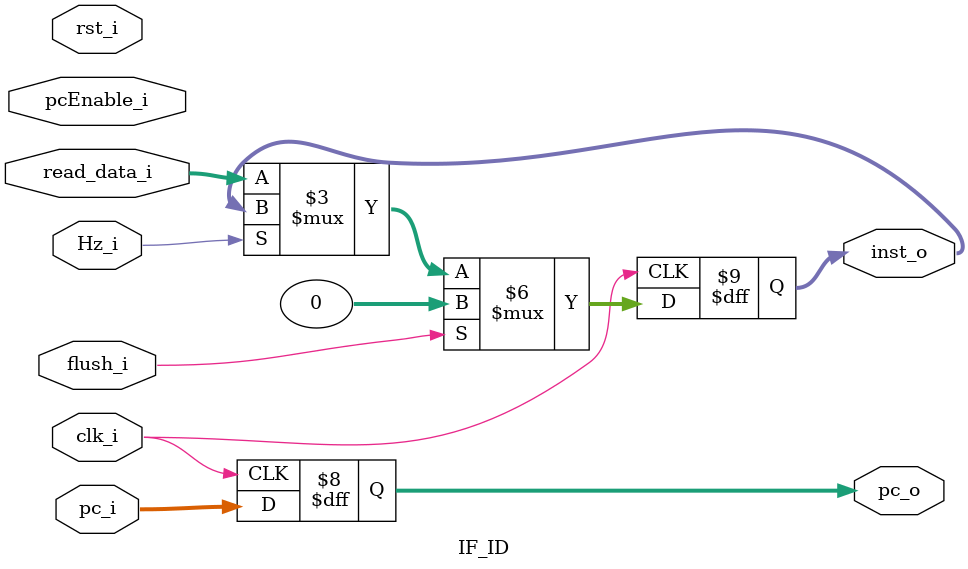
<source format=v>
module IF_ID(
	clk_i,
	rst_i,
	pc_i,
	read_data_i,
	Hz_i,
	flush_i,
	pcEnable_i,
	pc_o,
	inst_o
);

input clk_i, rst_i, Hz_i, flush_i,pcEnable_i; 
input [31:0] pc_i, read_data_i;	
output reg[31:0] pc_o, inst_o;

always@(posedge clk_i)begin
	pc_o <= pc_i;
 	
 	if(flush_i)begin
    	inst_o <= 32'b0;
 	end
	else begin
		if(Hz_i)
			inst_o <= inst_o;
		else
    		inst_o <= read_data_i;
	end  
	
end
endmodule
</source>
